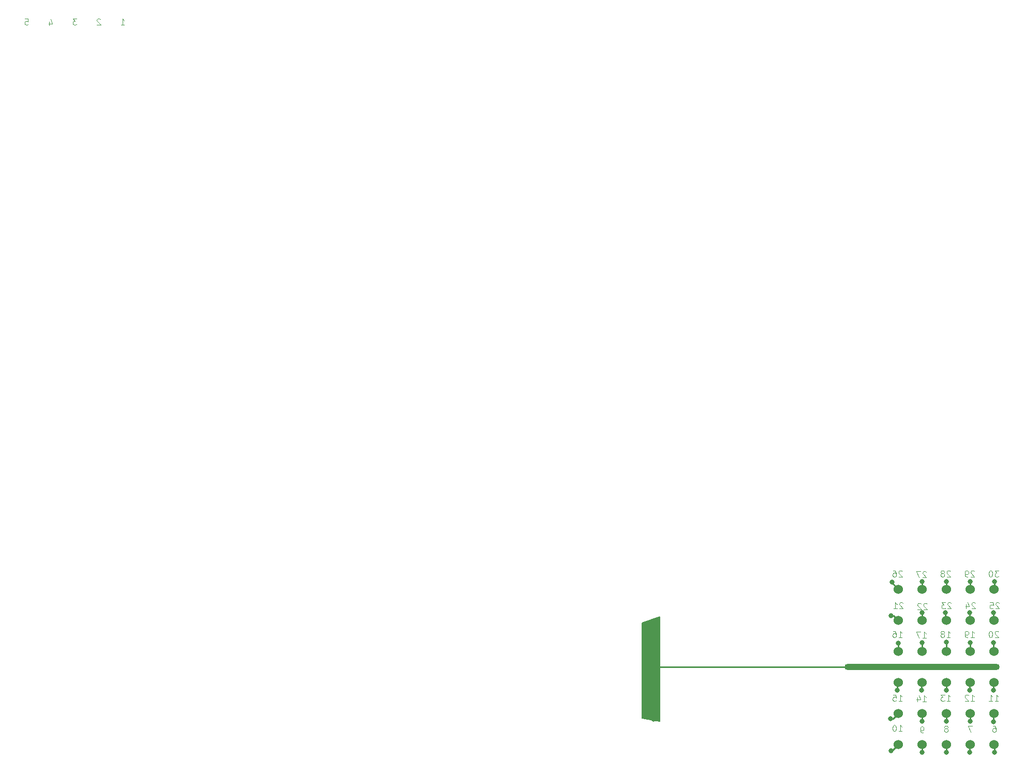
<source format=gbr>
%TF.GenerationSoftware,KiCad,Pcbnew,7.0.8*%
%TF.CreationDate,2023-11-07T16:54:38-08:00*%
%TF.ProjectId,trill-flex-slider,7472696c-6c2d-4666-9c65-782d736c6964,C1*%
%TF.SameCoordinates,Original*%
%TF.FileFunction,Copper,L2,Bot*%
%TF.FilePolarity,Positive*%
%FSLAX46Y46*%
G04 Gerber Fmt 4.6, Leading zero omitted, Abs format (unit mm)*
G04 Created by KiCad (PCBNEW 7.0.8) date 2023-11-07 16:54:38*
%MOMM*%
%LPD*%
G01*
G04 APERTURE LIST*
G04 Aperture macros list*
%AMRoundRect*
0 Rectangle with rounded corners*
0 $1 Rounding radius*
0 $2 $3 $4 $5 $6 $7 $8 $9 X,Y pos of 4 corners*
0 Add a 4 corners polygon primitive as box body*
4,1,4,$2,$3,$4,$5,$6,$7,$8,$9,$2,$3,0*
0 Add four circle primitives for the rounded corners*
1,1,$1+$1,$2,$3*
1,1,$1+$1,$4,$5*
1,1,$1+$1,$6,$7*
1,1,$1+$1,$8,$9*
0 Add four rect primitives between the rounded corners*
20,1,$1+$1,$2,$3,$4,$5,0*
20,1,$1+$1,$4,$5,$6,$7,0*
20,1,$1+$1,$6,$7,$8,$9,0*
20,1,$1+$1,$8,$9,$2,$3,0*%
G04 Aperture macros list end*
%ADD10C,0.100000*%
%TA.AperFunction,NonConductor*%
%ADD11C,0.100000*%
%TD*%
%TA.AperFunction,SMDPad,CuDef*%
%ADD12RoundRect,0.500000X12.200000X0.000000X-12.200000X0.000000X-12.200000X0.000000X12.200000X0.000000X0*%
%TD*%
%TA.AperFunction,SMDPad,CuDef*%
%ADD13C,1.524000*%
%TD*%
%TA.AperFunction,ViaPad*%
%ADD14C,0.800000*%
%TD*%
%TA.AperFunction,Conductor*%
%ADD15C,0.250000*%
%TD*%
G04 APERTURE END LIST*
D10*
D11*
X146668534Y-89281657D02*
X146620915Y-89234038D01*
X146620915Y-89234038D02*
X146525677Y-89186419D01*
X146525677Y-89186419D02*
X146287582Y-89186419D01*
X146287582Y-89186419D02*
X146192344Y-89234038D01*
X146192344Y-89234038D02*
X146144725Y-89281657D01*
X146144725Y-89281657D02*
X146097106Y-89376895D01*
X146097106Y-89376895D02*
X146097106Y-89472133D01*
X146097106Y-89472133D02*
X146144725Y-89614990D01*
X146144725Y-89614990D02*
X146716153Y-90186419D01*
X146716153Y-90186419D02*
X146097106Y-90186419D01*
X145763772Y-89186419D02*
X145097106Y-89186419D01*
X145097106Y-89186419D02*
X145525677Y-90186419D01*
D10*
D11*
X142731534Y-89154657D02*
X142683915Y-89107038D01*
X142683915Y-89107038D02*
X142588677Y-89059419D01*
X142588677Y-89059419D02*
X142350582Y-89059419D01*
X142350582Y-89059419D02*
X142255344Y-89107038D01*
X142255344Y-89107038D02*
X142207725Y-89154657D01*
X142207725Y-89154657D02*
X142160106Y-89249895D01*
X142160106Y-89249895D02*
X142160106Y-89345133D01*
X142160106Y-89345133D02*
X142207725Y-89487990D01*
X142207725Y-89487990D02*
X142779153Y-90059419D01*
X142779153Y-90059419D02*
X142160106Y-90059419D01*
X141302963Y-89059419D02*
X141493439Y-89059419D01*
X141493439Y-89059419D02*
X141588677Y-89107038D01*
X141588677Y-89107038D02*
X141636296Y-89154657D01*
X141636296Y-89154657D02*
X141731534Y-89297514D01*
X141731534Y-89297514D02*
X141779153Y-89487990D01*
X141779153Y-89487990D02*
X141779153Y-89868942D01*
X141779153Y-89868942D02*
X141731534Y-89964180D01*
X141731534Y-89964180D02*
X141683915Y-90011800D01*
X141683915Y-90011800D02*
X141588677Y-90059419D01*
X141588677Y-90059419D02*
X141398201Y-90059419D01*
X141398201Y-90059419D02*
X141302963Y-90011800D01*
X141302963Y-90011800D02*
X141255344Y-89964180D01*
X141255344Y-89964180D02*
X141207725Y-89868942D01*
X141207725Y-89868942D02*
X141207725Y-89630847D01*
X141207725Y-89630847D02*
X141255344Y-89535609D01*
X141255344Y-89535609D02*
X141302963Y-89487990D01*
X141302963Y-89487990D02*
X141398201Y-89440371D01*
X141398201Y-89440371D02*
X141588677Y-89440371D01*
X141588677Y-89440371D02*
X141683915Y-89487990D01*
X141683915Y-89487990D02*
X141731534Y-89535609D01*
X141731534Y-89535609D02*
X141779153Y-89630847D01*
D10*
D11*
X150605534Y-89154657D02*
X150557915Y-89107038D01*
X150557915Y-89107038D02*
X150462677Y-89059419D01*
X150462677Y-89059419D02*
X150224582Y-89059419D01*
X150224582Y-89059419D02*
X150129344Y-89107038D01*
X150129344Y-89107038D02*
X150081725Y-89154657D01*
X150081725Y-89154657D02*
X150034106Y-89249895D01*
X150034106Y-89249895D02*
X150034106Y-89345133D01*
X150034106Y-89345133D02*
X150081725Y-89487990D01*
X150081725Y-89487990D02*
X150653153Y-90059419D01*
X150653153Y-90059419D02*
X150034106Y-90059419D01*
X149462677Y-89487990D02*
X149557915Y-89440371D01*
X149557915Y-89440371D02*
X149605534Y-89392752D01*
X149605534Y-89392752D02*
X149653153Y-89297514D01*
X149653153Y-89297514D02*
X149653153Y-89249895D01*
X149653153Y-89249895D02*
X149605534Y-89154657D01*
X149605534Y-89154657D02*
X149557915Y-89107038D01*
X149557915Y-89107038D02*
X149462677Y-89059419D01*
X149462677Y-89059419D02*
X149272201Y-89059419D01*
X149272201Y-89059419D02*
X149176963Y-89107038D01*
X149176963Y-89107038D02*
X149129344Y-89154657D01*
X149129344Y-89154657D02*
X149081725Y-89249895D01*
X149081725Y-89249895D02*
X149081725Y-89297514D01*
X149081725Y-89297514D02*
X149129344Y-89392752D01*
X149129344Y-89392752D02*
X149176963Y-89440371D01*
X149176963Y-89440371D02*
X149272201Y-89487990D01*
X149272201Y-89487990D02*
X149462677Y-89487990D01*
X149462677Y-89487990D02*
X149557915Y-89535609D01*
X149557915Y-89535609D02*
X149605534Y-89583228D01*
X149605534Y-89583228D02*
X149653153Y-89678466D01*
X149653153Y-89678466D02*
X149653153Y-89868942D01*
X149653153Y-89868942D02*
X149605534Y-89964180D01*
X149605534Y-89964180D02*
X149557915Y-90011800D01*
X149557915Y-90011800D02*
X149462677Y-90059419D01*
X149462677Y-90059419D02*
X149272201Y-90059419D01*
X149272201Y-90059419D02*
X149176963Y-90011800D01*
X149176963Y-90011800D02*
X149129344Y-89964180D01*
X149129344Y-89964180D02*
X149081725Y-89868942D01*
X149081725Y-89868942D02*
X149081725Y-89678466D01*
X149081725Y-89678466D02*
X149129344Y-89583228D01*
X149129344Y-89583228D02*
X149176963Y-89535609D01*
X149176963Y-89535609D02*
X149272201Y-89487990D01*
D10*
D11*
X154542534Y-89154657D02*
X154494915Y-89107038D01*
X154494915Y-89107038D02*
X154399677Y-89059419D01*
X154399677Y-89059419D02*
X154161582Y-89059419D01*
X154161582Y-89059419D02*
X154066344Y-89107038D01*
X154066344Y-89107038D02*
X154018725Y-89154657D01*
X154018725Y-89154657D02*
X153971106Y-89249895D01*
X153971106Y-89249895D02*
X153971106Y-89345133D01*
X153971106Y-89345133D02*
X154018725Y-89487990D01*
X154018725Y-89487990D02*
X154590153Y-90059419D01*
X154590153Y-90059419D02*
X153971106Y-90059419D01*
X153494915Y-90059419D02*
X153304439Y-90059419D01*
X153304439Y-90059419D02*
X153209201Y-90011800D01*
X153209201Y-90011800D02*
X153161582Y-89964180D01*
X153161582Y-89964180D02*
X153066344Y-89821323D01*
X153066344Y-89821323D02*
X153018725Y-89630847D01*
X153018725Y-89630847D02*
X153018725Y-89249895D01*
X153018725Y-89249895D02*
X153066344Y-89154657D01*
X153066344Y-89154657D02*
X153113963Y-89107038D01*
X153113963Y-89107038D02*
X153209201Y-89059419D01*
X153209201Y-89059419D02*
X153399677Y-89059419D01*
X153399677Y-89059419D02*
X153494915Y-89107038D01*
X153494915Y-89107038D02*
X153542534Y-89154657D01*
X153542534Y-89154657D02*
X153590153Y-89249895D01*
X153590153Y-89249895D02*
X153590153Y-89487990D01*
X153590153Y-89487990D02*
X153542534Y-89583228D01*
X153542534Y-89583228D02*
X153494915Y-89630847D01*
X153494915Y-89630847D02*
X153399677Y-89678466D01*
X153399677Y-89678466D02*
X153209201Y-89678466D01*
X153209201Y-89678466D02*
X153113963Y-89630847D01*
X153113963Y-89630847D02*
X153066344Y-89583228D01*
X153066344Y-89583228D02*
X153018725Y-89487990D01*
D10*
D11*
X158527153Y-89059419D02*
X157908106Y-89059419D01*
X157908106Y-89059419D02*
X158241439Y-89440371D01*
X158241439Y-89440371D02*
X158098582Y-89440371D01*
X158098582Y-89440371D02*
X158003344Y-89487990D01*
X158003344Y-89487990D02*
X157955725Y-89535609D01*
X157955725Y-89535609D02*
X157908106Y-89630847D01*
X157908106Y-89630847D02*
X157908106Y-89868942D01*
X157908106Y-89868942D02*
X157955725Y-89964180D01*
X157955725Y-89964180D02*
X158003344Y-90011800D01*
X158003344Y-90011800D02*
X158098582Y-90059419D01*
X158098582Y-90059419D02*
X158384296Y-90059419D01*
X158384296Y-90059419D02*
X158479534Y-90011800D01*
X158479534Y-90011800D02*
X158527153Y-89964180D01*
X157289058Y-89059419D02*
X157193820Y-89059419D01*
X157193820Y-89059419D02*
X157098582Y-89107038D01*
X157098582Y-89107038D02*
X157050963Y-89154657D01*
X157050963Y-89154657D02*
X157003344Y-89249895D01*
X157003344Y-89249895D02*
X156955725Y-89440371D01*
X156955725Y-89440371D02*
X156955725Y-89678466D01*
X156955725Y-89678466D02*
X157003344Y-89868942D01*
X157003344Y-89868942D02*
X157050963Y-89964180D01*
X157050963Y-89964180D02*
X157098582Y-90011800D01*
X157098582Y-90011800D02*
X157193820Y-90059419D01*
X157193820Y-90059419D02*
X157289058Y-90059419D01*
X157289058Y-90059419D02*
X157384296Y-90011800D01*
X157384296Y-90011800D02*
X157431915Y-89964180D01*
X157431915Y-89964180D02*
X157479534Y-89868942D01*
X157479534Y-89868942D02*
X157527153Y-89678466D01*
X157527153Y-89678466D02*
X157527153Y-89440371D01*
X157527153Y-89440371D02*
X157479534Y-89249895D01*
X157479534Y-89249895D02*
X157431915Y-89154657D01*
X157431915Y-89154657D02*
X157384296Y-89107038D01*
X157384296Y-89107038D02*
X157289058Y-89059419D01*
D10*
D11*
X146795534Y-94488657D02*
X146747915Y-94441038D01*
X146747915Y-94441038D02*
X146652677Y-94393419D01*
X146652677Y-94393419D02*
X146414582Y-94393419D01*
X146414582Y-94393419D02*
X146319344Y-94441038D01*
X146319344Y-94441038D02*
X146271725Y-94488657D01*
X146271725Y-94488657D02*
X146224106Y-94583895D01*
X146224106Y-94583895D02*
X146224106Y-94679133D01*
X146224106Y-94679133D02*
X146271725Y-94821990D01*
X146271725Y-94821990D02*
X146843153Y-95393419D01*
X146843153Y-95393419D02*
X146224106Y-95393419D01*
X145843153Y-94488657D02*
X145795534Y-94441038D01*
X145795534Y-94441038D02*
X145700296Y-94393419D01*
X145700296Y-94393419D02*
X145462201Y-94393419D01*
X145462201Y-94393419D02*
X145366963Y-94441038D01*
X145366963Y-94441038D02*
X145319344Y-94488657D01*
X145319344Y-94488657D02*
X145271725Y-94583895D01*
X145271725Y-94583895D02*
X145271725Y-94679133D01*
X145271725Y-94679133D02*
X145319344Y-94821990D01*
X145319344Y-94821990D02*
X145890772Y-95393419D01*
X145890772Y-95393419D02*
X145271725Y-95393419D01*
D10*
D11*
X142858534Y-94361657D02*
X142810915Y-94314038D01*
X142810915Y-94314038D02*
X142715677Y-94266419D01*
X142715677Y-94266419D02*
X142477582Y-94266419D01*
X142477582Y-94266419D02*
X142382344Y-94314038D01*
X142382344Y-94314038D02*
X142334725Y-94361657D01*
X142334725Y-94361657D02*
X142287106Y-94456895D01*
X142287106Y-94456895D02*
X142287106Y-94552133D01*
X142287106Y-94552133D02*
X142334725Y-94694990D01*
X142334725Y-94694990D02*
X142906153Y-95266419D01*
X142906153Y-95266419D02*
X142287106Y-95266419D01*
X141334725Y-95266419D02*
X141906153Y-95266419D01*
X141620439Y-95266419D02*
X141620439Y-94266419D01*
X141620439Y-94266419D02*
X141715677Y-94409276D01*
X141715677Y-94409276D02*
X141810915Y-94504514D01*
X141810915Y-94504514D02*
X141906153Y-94552133D01*
D10*
D11*
X150732534Y-94361657D02*
X150684915Y-94314038D01*
X150684915Y-94314038D02*
X150589677Y-94266419D01*
X150589677Y-94266419D02*
X150351582Y-94266419D01*
X150351582Y-94266419D02*
X150256344Y-94314038D01*
X150256344Y-94314038D02*
X150208725Y-94361657D01*
X150208725Y-94361657D02*
X150161106Y-94456895D01*
X150161106Y-94456895D02*
X150161106Y-94552133D01*
X150161106Y-94552133D02*
X150208725Y-94694990D01*
X150208725Y-94694990D02*
X150780153Y-95266419D01*
X150780153Y-95266419D02*
X150161106Y-95266419D01*
X149827772Y-94266419D02*
X149208725Y-94266419D01*
X149208725Y-94266419D02*
X149542058Y-94647371D01*
X149542058Y-94647371D02*
X149399201Y-94647371D01*
X149399201Y-94647371D02*
X149303963Y-94694990D01*
X149303963Y-94694990D02*
X149256344Y-94742609D01*
X149256344Y-94742609D02*
X149208725Y-94837847D01*
X149208725Y-94837847D02*
X149208725Y-95075942D01*
X149208725Y-95075942D02*
X149256344Y-95171180D01*
X149256344Y-95171180D02*
X149303963Y-95218800D01*
X149303963Y-95218800D02*
X149399201Y-95266419D01*
X149399201Y-95266419D02*
X149684915Y-95266419D01*
X149684915Y-95266419D02*
X149780153Y-95218800D01*
X149780153Y-95218800D02*
X149827772Y-95171180D01*
D10*
D11*
X154669534Y-94361657D02*
X154621915Y-94314038D01*
X154621915Y-94314038D02*
X154526677Y-94266419D01*
X154526677Y-94266419D02*
X154288582Y-94266419D01*
X154288582Y-94266419D02*
X154193344Y-94314038D01*
X154193344Y-94314038D02*
X154145725Y-94361657D01*
X154145725Y-94361657D02*
X154098106Y-94456895D01*
X154098106Y-94456895D02*
X154098106Y-94552133D01*
X154098106Y-94552133D02*
X154145725Y-94694990D01*
X154145725Y-94694990D02*
X154717153Y-95266419D01*
X154717153Y-95266419D02*
X154098106Y-95266419D01*
X153240963Y-94599752D02*
X153240963Y-95266419D01*
X153479058Y-94218800D02*
X153717153Y-94933085D01*
X153717153Y-94933085D02*
X153098106Y-94933085D01*
D10*
D11*
X158606534Y-94361657D02*
X158558915Y-94314038D01*
X158558915Y-94314038D02*
X158463677Y-94266419D01*
X158463677Y-94266419D02*
X158225582Y-94266419D01*
X158225582Y-94266419D02*
X158130344Y-94314038D01*
X158130344Y-94314038D02*
X158082725Y-94361657D01*
X158082725Y-94361657D02*
X158035106Y-94456895D01*
X158035106Y-94456895D02*
X158035106Y-94552133D01*
X158035106Y-94552133D02*
X158082725Y-94694990D01*
X158082725Y-94694990D02*
X158654153Y-95266419D01*
X158654153Y-95266419D02*
X158035106Y-95266419D01*
X157130344Y-94266419D02*
X157606534Y-94266419D01*
X157606534Y-94266419D02*
X157654153Y-94742609D01*
X157654153Y-94742609D02*
X157606534Y-94694990D01*
X157606534Y-94694990D02*
X157511296Y-94647371D01*
X157511296Y-94647371D02*
X157273201Y-94647371D01*
X157273201Y-94647371D02*
X157177963Y-94694990D01*
X157177963Y-94694990D02*
X157130344Y-94742609D01*
X157130344Y-94742609D02*
X157082725Y-94837847D01*
X157082725Y-94837847D02*
X157082725Y-95075942D01*
X157082725Y-95075942D02*
X157130344Y-95171180D01*
X157130344Y-95171180D02*
X157177963Y-95218800D01*
X157177963Y-95218800D02*
X157273201Y-95266419D01*
X157273201Y-95266419D02*
X157511296Y-95266419D01*
X157511296Y-95266419D02*
X157606534Y-95218800D01*
X157606534Y-95218800D02*
X157654153Y-95171180D01*
D10*
D11*
X158479534Y-99060657D02*
X158431915Y-99013038D01*
X158431915Y-99013038D02*
X158336677Y-98965419D01*
X158336677Y-98965419D02*
X158098582Y-98965419D01*
X158098582Y-98965419D02*
X158003344Y-99013038D01*
X158003344Y-99013038D02*
X157955725Y-99060657D01*
X157955725Y-99060657D02*
X157908106Y-99155895D01*
X157908106Y-99155895D02*
X157908106Y-99251133D01*
X157908106Y-99251133D02*
X157955725Y-99393990D01*
X157955725Y-99393990D02*
X158527153Y-99965419D01*
X158527153Y-99965419D02*
X157908106Y-99965419D01*
X157289058Y-98965419D02*
X157193820Y-98965419D01*
X157193820Y-98965419D02*
X157098582Y-99013038D01*
X157098582Y-99013038D02*
X157050963Y-99060657D01*
X157050963Y-99060657D02*
X157003344Y-99155895D01*
X157003344Y-99155895D02*
X156955725Y-99346371D01*
X156955725Y-99346371D02*
X156955725Y-99584466D01*
X156955725Y-99584466D02*
X157003344Y-99774942D01*
X157003344Y-99774942D02*
X157050963Y-99870180D01*
X157050963Y-99870180D02*
X157098582Y-99917800D01*
X157098582Y-99917800D02*
X157193820Y-99965419D01*
X157193820Y-99965419D02*
X157289058Y-99965419D01*
X157289058Y-99965419D02*
X157384296Y-99917800D01*
X157384296Y-99917800D02*
X157431915Y-99870180D01*
X157431915Y-99870180D02*
X157479534Y-99774942D01*
X157479534Y-99774942D02*
X157527153Y-99584466D01*
X157527153Y-99584466D02*
X157527153Y-99346371D01*
X157527153Y-99346371D02*
X157479534Y-99155895D01*
X157479534Y-99155895D02*
X157431915Y-99060657D01*
X157431915Y-99060657D02*
X157384296Y-99013038D01*
X157384296Y-99013038D02*
X157289058Y-98965419D01*
D10*
D11*
X146097106Y-100092419D02*
X146668534Y-100092419D01*
X146382820Y-100092419D02*
X146382820Y-99092419D01*
X146382820Y-99092419D02*
X146478058Y-99235276D01*
X146478058Y-99235276D02*
X146573296Y-99330514D01*
X146573296Y-99330514D02*
X146668534Y-99378133D01*
X145763772Y-99092419D02*
X145097106Y-99092419D01*
X145097106Y-99092419D02*
X145525677Y-100092419D01*
D10*
D11*
X142160106Y-99965419D02*
X142731534Y-99965419D01*
X142445820Y-99965419D02*
X142445820Y-98965419D01*
X142445820Y-98965419D02*
X142541058Y-99108276D01*
X142541058Y-99108276D02*
X142636296Y-99203514D01*
X142636296Y-99203514D02*
X142731534Y-99251133D01*
X141302963Y-98965419D02*
X141493439Y-98965419D01*
X141493439Y-98965419D02*
X141588677Y-99013038D01*
X141588677Y-99013038D02*
X141636296Y-99060657D01*
X141636296Y-99060657D02*
X141731534Y-99203514D01*
X141731534Y-99203514D02*
X141779153Y-99393990D01*
X141779153Y-99393990D02*
X141779153Y-99774942D01*
X141779153Y-99774942D02*
X141731534Y-99870180D01*
X141731534Y-99870180D02*
X141683915Y-99917800D01*
X141683915Y-99917800D02*
X141588677Y-99965419D01*
X141588677Y-99965419D02*
X141398201Y-99965419D01*
X141398201Y-99965419D02*
X141302963Y-99917800D01*
X141302963Y-99917800D02*
X141255344Y-99870180D01*
X141255344Y-99870180D02*
X141207725Y-99774942D01*
X141207725Y-99774942D02*
X141207725Y-99536847D01*
X141207725Y-99536847D02*
X141255344Y-99441609D01*
X141255344Y-99441609D02*
X141302963Y-99393990D01*
X141302963Y-99393990D02*
X141398201Y-99346371D01*
X141398201Y-99346371D02*
X141588677Y-99346371D01*
X141588677Y-99346371D02*
X141683915Y-99393990D01*
X141683915Y-99393990D02*
X141731534Y-99441609D01*
X141731534Y-99441609D02*
X141779153Y-99536847D01*
D10*
D11*
X150034106Y-99965419D02*
X150605534Y-99965419D01*
X150319820Y-99965419D02*
X150319820Y-98965419D01*
X150319820Y-98965419D02*
X150415058Y-99108276D01*
X150415058Y-99108276D02*
X150510296Y-99203514D01*
X150510296Y-99203514D02*
X150605534Y-99251133D01*
X149462677Y-99393990D02*
X149557915Y-99346371D01*
X149557915Y-99346371D02*
X149605534Y-99298752D01*
X149605534Y-99298752D02*
X149653153Y-99203514D01*
X149653153Y-99203514D02*
X149653153Y-99155895D01*
X149653153Y-99155895D02*
X149605534Y-99060657D01*
X149605534Y-99060657D02*
X149557915Y-99013038D01*
X149557915Y-99013038D02*
X149462677Y-98965419D01*
X149462677Y-98965419D02*
X149272201Y-98965419D01*
X149272201Y-98965419D02*
X149176963Y-99013038D01*
X149176963Y-99013038D02*
X149129344Y-99060657D01*
X149129344Y-99060657D02*
X149081725Y-99155895D01*
X149081725Y-99155895D02*
X149081725Y-99203514D01*
X149081725Y-99203514D02*
X149129344Y-99298752D01*
X149129344Y-99298752D02*
X149176963Y-99346371D01*
X149176963Y-99346371D02*
X149272201Y-99393990D01*
X149272201Y-99393990D02*
X149462677Y-99393990D01*
X149462677Y-99393990D02*
X149557915Y-99441609D01*
X149557915Y-99441609D02*
X149605534Y-99489228D01*
X149605534Y-99489228D02*
X149653153Y-99584466D01*
X149653153Y-99584466D02*
X149653153Y-99774942D01*
X149653153Y-99774942D02*
X149605534Y-99870180D01*
X149605534Y-99870180D02*
X149557915Y-99917800D01*
X149557915Y-99917800D02*
X149462677Y-99965419D01*
X149462677Y-99965419D02*
X149272201Y-99965419D01*
X149272201Y-99965419D02*
X149176963Y-99917800D01*
X149176963Y-99917800D02*
X149129344Y-99870180D01*
X149129344Y-99870180D02*
X149081725Y-99774942D01*
X149081725Y-99774942D02*
X149081725Y-99584466D01*
X149081725Y-99584466D02*
X149129344Y-99489228D01*
X149129344Y-99489228D02*
X149176963Y-99441609D01*
X149176963Y-99441609D02*
X149272201Y-99393990D01*
D10*
D11*
X153971106Y-99965419D02*
X154542534Y-99965419D01*
X154256820Y-99965419D02*
X154256820Y-98965419D01*
X154256820Y-98965419D02*
X154352058Y-99108276D01*
X154352058Y-99108276D02*
X154447296Y-99203514D01*
X154447296Y-99203514D02*
X154542534Y-99251133D01*
X153494915Y-99965419D02*
X153304439Y-99965419D01*
X153304439Y-99965419D02*
X153209201Y-99917800D01*
X153209201Y-99917800D02*
X153161582Y-99870180D01*
X153161582Y-99870180D02*
X153066344Y-99727323D01*
X153066344Y-99727323D02*
X153018725Y-99536847D01*
X153018725Y-99536847D02*
X153018725Y-99155895D01*
X153018725Y-99155895D02*
X153066344Y-99060657D01*
X153066344Y-99060657D02*
X153113963Y-99013038D01*
X153113963Y-99013038D02*
X153209201Y-98965419D01*
X153209201Y-98965419D02*
X153399677Y-98965419D01*
X153399677Y-98965419D02*
X153494915Y-99013038D01*
X153494915Y-99013038D02*
X153542534Y-99060657D01*
X153542534Y-99060657D02*
X153590153Y-99155895D01*
X153590153Y-99155895D02*
X153590153Y-99393990D01*
X153590153Y-99393990D02*
X153542534Y-99489228D01*
X153542534Y-99489228D02*
X153494915Y-99536847D01*
X153494915Y-99536847D02*
X153399677Y-99584466D01*
X153399677Y-99584466D02*
X153209201Y-99584466D01*
X153209201Y-99584466D02*
X153113963Y-99536847D01*
X153113963Y-99536847D02*
X153066344Y-99489228D01*
X153066344Y-99489228D02*
X153018725Y-99393990D01*
D10*
D11*
X146097106Y-110506419D02*
X146668534Y-110506419D01*
X146382820Y-110506419D02*
X146382820Y-109506419D01*
X146382820Y-109506419D02*
X146478058Y-109649276D01*
X146478058Y-109649276D02*
X146573296Y-109744514D01*
X146573296Y-109744514D02*
X146668534Y-109792133D01*
X145239963Y-109839752D02*
X145239963Y-110506419D01*
X145478058Y-109458800D02*
X145716153Y-110173085D01*
X145716153Y-110173085D02*
X145097106Y-110173085D01*
D10*
D11*
X142160106Y-110379419D02*
X142731534Y-110379419D01*
X142445820Y-110379419D02*
X142445820Y-109379419D01*
X142445820Y-109379419D02*
X142541058Y-109522276D01*
X142541058Y-109522276D02*
X142636296Y-109617514D01*
X142636296Y-109617514D02*
X142731534Y-109665133D01*
X141255344Y-109379419D02*
X141731534Y-109379419D01*
X141731534Y-109379419D02*
X141779153Y-109855609D01*
X141779153Y-109855609D02*
X141731534Y-109807990D01*
X141731534Y-109807990D02*
X141636296Y-109760371D01*
X141636296Y-109760371D02*
X141398201Y-109760371D01*
X141398201Y-109760371D02*
X141302963Y-109807990D01*
X141302963Y-109807990D02*
X141255344Y-109855609D01*
X141255344Y-109855609D02*
X141207725Y-109950847D01*
X141207725Y-109950847D02*
X141207725Y-110188942D01*
X141207725Y-110188942D02*
X141255344Y-110284180D01*
X141255344Y-110284180D02*
X141302963Y-110331800D01*
X141302963Y-110331800D02*
X141398201Y-110379419D01*
X141398201Y-110379419D02*
X141636296Y-110379419D01*
X141636296Y-110379419D02*
X141731534Y-110331800D01*
X141731534Y-110331800D02*
X141779153Y-110284180D01*
D10*
D11*
X150034106Y-110379419D02*
X150605534Y-110379419D01*
X150319820Y-110379419D02*
X150319820Y-109379419D01*
X150319820Y-109379419D02*
X150415058Y-109522276D01*
X150415058Y-109522276D02*
X150510296Y-109617514D01*
X150510296Y-109617514D02*
X150605534Y-109665133D01*
X149700772Y-109379419D02*
X149081725Y-109379419D01*
X149081725Y-109379419D02*
X149415058Y-109760371D01*
X149415058Y-109760371D02*
X149272201Y-109760371D01*
X149272201Y-109760371D02*
X149176963Y-109807990D01*
X149176963Y-109807990D02*
X149129344Y-109855609D01*
X149129344Y-109855609D02*
X149081725Y-109950847D01*
X149081725Y-109950847D02*
X149081725Y-110188942D01*
X149081725Y-110188942D02*
X149129344Y-110284180D01*
X149129344Y-110284180D02*
X149176963Y-110331800D01*
X149176963Y-110331800D02*
X149272201Y-110379419D01*
X149272201Y-110379419D02*
X149557915Y-110379419D01*
X149557915Y-110379419D02*
X149653153Y-110331800D01*
X149653153Y-110331800D02*
X149700772Y-110284180D01*
D10*
D11*
X153971106Y-110379419D02*
X154542534Y-110379419D01*
X154256820Y-110379419D02*
X154256820Y-109379419D01*
X154256820Y-109379419D02*
X154352058Y-109522276D01*
X154352058Y-109522276D02*
X154447296Y-109617514D01*
X154447296Y-109617514D02*
X154542534Y-109665133D01*
X153590153Y-109474657D02*
X153542534Y-109427038D01*
X153542534Y-109427038D02*
X153447296Y-109379419D01*
X153447296Y-109379419D02*
X153209201Y-109379419D01*
X153209201Y-109379419D02*
X153113963Y-109427038D01*
X153113963Y-109427038D02*
X153066344Y-109474657D01*
X153066344Y-109474657D02*
X153018725Y-109569895D01*
X153018725Y-109569895D02*
X153018725Y-109665133D01*
X153018725Y-109665133D02*
X153066344Y-109807990D01*
X153066344Y-109807990D02*
X153637772Y-110379419D01*
X153637772Y-110379419D02*
X153018725Y-110379419D01*
D10*
D11*
X157908106Y-110379419D02*
X158479534Y-110379419D01*
X158193820Y-110379419D02*
X158193820Y-109379419D01*
X158193820Y-109379419D02*
X158289058Y-109522276D01*
X158289058Y-109522276D02*
X158384296Y-109617514D01*
X158384296Y-109617514D02*
X158479534Y-109665133D01*
X156955725Y-110379419D02*
X157527153Y-110379419D01*
X157241439Y-110379419D02*
X157241439Y-109379419D01*
X157241439Y-109379419D02*
X157336677Y-109522276D01*
X157336677Y-109522276D02*
X157431915Y-109617514D01*
X157431915Y-109617514D02*
X157527153Y-109665133D01*
D10*
D11*
X146192296Y-115586419D02*
X146001820Y-115586419D01*
X146001820Y-115586419D02*
X145906582Y-115538800D01*
X145906582Y-115538800D02*
X145858963Y-115491180D01*
X145858963Y-115491180D02*
X145763725Y-115348323D01*
X145763725Y-115348323D02*
X145716106Y-115157847D01*
X145716106Y-115157847D02*
X145716106Y-114776895D01*
X145716106Y-114776895D02*
X145763725Y-114681657D01*
X145763725Y-114681657D02*
X145811344Y-114634038D01*
X145811344Y-114634038D02*
X145906582Y-114586419D01*
X145906582Y-114586419D02*
X146097058Y-114586419D01*
X146097058Y-114586419D02*
X146192296Y-114634038D01*
X146192296Y-114634038D02*
X146239915Y-114681657D01*
X146239915Y-114681657D02*
X146287534Y-114776895D01*
X146287534Y-114776895D02*
X146287534Y-115014990D01*
X146287534Y-115014990D02*
X146239915Y-115110228D01*
X146239915Y-115110228D02*
X146192296Y-115157847D01*
X146192296Y-115157847D02*
X146097058Y-115205466D01*
X146097058Y-115205466D02*
X145906582Y-115205466D01*
X145906582Y-115205466D02*
X145811344Y-115157847D01*
X145811344Y-115157847D02*
X145763725Y-115110228D01*
X145763725Y-115110228D02*
X145716106Y-115014990D01*
D10*
D11*
X142160106Y-115332419D02*
X142731534Y-115332419D01*
X142445820Y-115332419D02*
X142445820Y-114332419D01*
X142445820Y-114332419D02*
X142541058Y-114475276D01*
X142541058Y-114475276D02*
X142636296Y-114570514D01*
X142636296Y-114570514D02*
X142731534Y-114618133D01*
X141541058Y-114332419D02*
X141445820Y-114332419D01*
X141445820Y-114332419D02*
X141350582Y-114380038D01*
X141350582Y-114380038D02*
X141302963Y-114427657D01*
X141302963Y-114427657D02*
X141255344Y-114522895D01*
X141255344Y-114522895D02*
X141207725Y-114713371D01*
X141207725Y-114713371D02*
X141207725Y-114951466D01*
X141207725Y-114951466D02*
X141255344Y-115141942D01*
X141255344Y-115141942D02*
X141302963Y-115237180D01*
X141302963Y-115237180D02*
X141350582Y-115284800D01*
X141350582Y-115284800D02*
X141445820Y-115332419D01*
X141445820Y-115332419D02*
X141541058Y-115332419D01*
X141541058Y-115332419D02*
X141636296Y-115284800D01*
X141636296Y-115284800D02*
X141683915Y-115237180D01*
X141683915Y-115237180D02*
X141731534Y-115141942D01*
X141731534Y-115141942D02*
X141779153Y-114951466D01*
X141779153Y-114951466D02*
X141779153Y-114713371D01*
X141779153Y-114713371D02*
X141731534Y-114522895D01*
X141731534Y-114522895D02*
X141683915Y-114427657D01*
X141683915Y-114427657D02*
X141636296Y-114380038D01*
X141636296Y-114380038D02*
X141541058Y-114332419D01*
D10*
D11*
X150034058Y-114887990D02*
X150129296Y-114840371D01*
X150129296Y-114840371D02*
X150176915Y-114792752D01*
X150176915Y-114792752D02*
X150224534Y-114697514D01*
X150224534Y-114697514D02*
X150224534Y-114649895D01*
X150224534Y-114649895D02*
X150176915Y-114554657D01*
X150176915Y-114554657D02*
X150129296Y-114507038D01*
X150129296Y-114507038D02*
X150034058Y-114459419D01*
X150034058Y-114459419D02*
X149843582Y-114459419D01*
X149843582Y-114459419D02*
X149748344Y-114507038D01*
X149748344Y-114507038D02*
X149700725Y-114554657D01*
X149700725Y-114554657D02*
X149653106Y-114649895D01*
X149653106Y-114649895D02*
X149653106Y-114697514D01*
X149653106Y-114697514D02*
X149700725Y-114792752D01*
X149700725Y-114792752D02*
X149748344Y-114840371D01*
X149748344Y-114840371D02*
X149843582Y-114887990D01*
X149843582Y-114887990D02*
X150034058Y-114887990D01*
X150034058Y-114887990D02*
X150129296Y-114935609D01*
X150129296Y-114935609D02*
X150176915Y-114983228D01*
X150176915Y-114983228D02*
X150224534Y-115078466D01*
X150224534Y-115078466D02*
X150224534Y-115268942D01*
X150224534Y-115268942D02*
X150176915Y-115364180D01*
X150176915Y-115364180D02*
X150129296Y-115411800D01*
X150129296Y-115411800D02*
X150034058Y-115459419D01*
X150034058Y-115459419D02*
X149843582Y-115459419D01*
X149843582Y-115459419D02*
X149748344Y-115411800D01*
X149748344Y-115411800D02*
X149700725Y-115364180D01*
X149700725Y-115364180D02*
X149653106Y-115268942D01*
X149653106Y-115268942D02*
X149653106Y-115078466D01*
X149653106Y-115078466D02*
X149700725Y-114983228D01*
X149700725Y-114983228D02*
X149748344Y-114935609D01*
X149748344Y-114935609D02*
X149843582Y-114887990D01*
D10*
D11*
X154209153Y-114459419D02*
X153542487Y-114459419D01*
X153542487Y-114459419D02*
X153971058Y-115459419D01*
D10*
D11*
X157622344Y-114459419D02*
X157812820Y-114459419D01*
X157812820Y-114459419D02*
X157908058Y-114507038D01*
X157908058Y-114507038D02*
X157955677Y-114554657D01*
X157955677Y-114554657D02*
X158050915Y-114697514D01*
X158050915Y-114697514D02*
X158098534Y-114887990D01*
X158098534Y-114887990D02*
X158098534Y-115268942D01*
X158098534Y-115268942D02*
X158050915Y-115364180D01*
X158050915Y-115364180D02*
X158003296Y-115411800D01*
X158003296Y-115411800D02*
X157908058Y-115459419D01*
X157908058Y-115459419D02*
X157717582Y-115459419D01*
X157717582Y-115459419D02*
X157622344Y-115411800D01*
X157622344Y-115411800D02*
X157574725Y-115364180D01*
X157574725Y-115364180D02*
X157527106Y-115268942D01*
X157527106Y-115268942D02*
X157527106Y-115030847D01*
X157527106Y-115030847D02*
X157574725Y-114935609D01*
X157574725Y-114935609D02*
X157622344Y-114887990D01*
X157622344Y-114887990D02*
X157717582Y-114840371D01*
X157717582Y-114840371D02*
X157908058Y-114840371D01*
X157908058Y-114840371D02*
X158003296Y-114887990D01*
X158003296Y-114887990D02*
X158050915Y-114935609D01*
X158050915Y-114935609D02*
X158098534Y-115030847D01*
D10*
D11*
X14920306Y254580D02*
X15491734Y254580D01*
X15206020Y254580D02*
X15206020Y1254580D01*
X15206020Y1254580D02*
X15301258Y1111723D01*
X15301258Y1111723D02*
X15396496Y1016485D01*
X15396496Y1016485D02*
X15491734Y968866D01*
D10*
D11*
X11554734Y1159342D02*
X11507115Y1206961D01*
X11507115Y1206961D02*
X11411877Y1254580D01*
X11411877Y1254580D02*
X11173782Y1254580D01*
X11173782Y1254580D02*
X11078544Y1206961D01*
X11078544Y1206961D02*
X11030925Y1159342D01*
X11030925Y1159342D02*
X10983306Y1064104D01*
X10983306Y1064104D02*
X10983306Y968866D01*
X10983306Y968866D02*
X11030925Y826009D01*
X11030925Y826009D02*
X11602353Y254580D01*
X11602353Y254580D02*
X10983306Y254580D01*
D10*
D11*
X7665353Y1254580D02*
X7046306Y1254580D01*
X7046306Y1254580D02*
X7379639Y873628D01*
X7379639Y873628D02*
X7236782Y873628D01*
X7236782Y873628D02*
X7141544Y826009D01*
X7141544Y826009D02*
X7093925Y778390D01*
X7093925Y778390D02*
X7046306Y683152D01*
X7046306Y683152D02*
X7046306Y445057D01*
X7046306Y445057D02*
X7093925Y349819D01*
X7093925Y349819D02*
X7141544Y302200D01*
X7141544Y302200D02*
X7236782Y254580D01*
X7236782Y254580D02*
X7522496Y254580D01*
X7522496Y254580D02*
X7617734Y302200D01*
X7617734Y302200D02*
X7665353Y349819D01*
D10*
D11*
X3204544Y794247D02*
X3204544Y127580D01*
X3442639Y1175200D02*
X3680734Y460914D01*
X3680734Y460914D02*
X3061687Y460914D01*
D10*
D11*
X-780074Y1254580D02*
X-303884Y1254580D01*
X-303884Y1254580D02*
X-256265Y778390D01*
X-256265Y778390D02*
X-303884Y826009D01*
X-303884Y826009D02*
X-399122Y873628D01*
X-399122Y873628D02*
X-637217Y873628D01*
X-637217Y873628D02*
X-732455Y826009D01*
X-732455Y826009D02*
X-780074Y778390D01*
X-780074Y778390D02*
X-827693Y683152D01*
X-827693Y683152D02*
X-827693Y445057D01*
X-827693Y445057D02*
X-780074Y349819D01*
X-780074Y349819D02*
X-732455Y302200D01*
X-732455Y302200D02*
X-637217Y254580D01*
X-637217Y254580D02*
X-399122Y254580D01*
X-399122Y254580D02*
X-303884Y302200D01*
X-303884Y302200D02*
X-256265Y349819D01*
D12*
%TO.P,CS1,GND*%
%TO.N,Net-(C1-Pad1)*%
X146037800Y-104792000D03*
D13*
%TO.P,CS1,30*%
%TO.N,Net-(C1-Pad31)*%
X157775300Y-92092000D03*
%TO.P,CS1,29*%
%TO.N,Net-(C1-Pad30)*%
X153862800Y-92092000D03*
%TO.P,CS1,28*%
%TO.N,Net-(C1-Pad29)*%
X149950300Y-92092000D03*
%TO.P,CS1,27*%
%TO.N,Net-(C1-Pad28)*%
X146037800Y-92092000D03*
%TO.P,CS1,26*%
%TO.N,Net-(C1-Pad27)*%
X142125300Y-92092000D03*
%TO.P,CS1,25*%
%TO.N,Net-(C1-Pad26)*%
X157775300Y-97172000D03*
%TO.P,CS1,24*%
%TO.N,Net-(C1-Pad25)*%
X153862800Y-97172000D03*
%TO.P,CS1,23*%
%TO.N,Net-(C1-Pad24)*%
X149950300Y-97172000D03*
%TO.P,CS1,22*%
%TO.N,Net-(C1-Pad23)*%
X146037800Y-97172000D03*
%TO.P,CS1,21*%
%TO.N,Net-(C1-Pad22)*%
X142125300Y-97172000D03*
%TO.P,CS1,20*%
%TO.N,Net-(C1-Pad21)*%
X157775300Y-102252000D03*
%TO.P,CS1,19*%
%TO.N,Net-(C1-Pad20)*%
X153862800Y-102252000D03*
%TO.P,CS1,18*%
%TO.N,Net-(C1-Pad19)*%
X149950300Y-102252000D03*
%TO.P,CS1,17*%
%TO.N,Net-(C1-Pad18)*%
X146037800Y-102252000D03*
%TO.P,CS1,16*%
%TO.N,Net-(C1-Pad17)*%
X142125300Y-102252000D03*
%TO.P,CS1,15*%
%TO.N,Net-(C1-Pad16)*%
X142125300Y-107332000D03*
%TO.P,CS1,14*%
%TO.N,Net-(C1-Pad15)*%
X146037800Y-107332000D03*
%TO.P,CS1,13*%
%TO.N,Net-(C1-Pad14)*%
X149950300Y-107332000D03*
%TO.P,CS1,12*%
%TO.N,Net-(C1-Pad13)*%
X153862800Y-107332000D03*
%TO.P,CS1,11*%
%TO.N,Net-(C1-Pad12)*%
X157775300Y-107332000D03*
%TO.P,CS1,10*%
%TO.N,Net-(C1-Pad11)*%
X142125300Y-112412000D03*
%TO.P,CS1,9*%
%TO.N,Net-(C1-Pad10)*%
X146037800Y-112412000D03*
%TO.P,CS1,8*%
%TO.N,Net-(C1-Pad9)*%
X149950300Y-112412000D03*
%TO.P,CS1,7*%
%TO.N,Net-(C1-Pad8)*%
X153862800Y-112412000D03*
%TO.P,CS1,6*%
%TO.N,Net-(C1-Pad7)*%
X157775300Y-112412000D03*
%TO.P,CS1,5*%
%TO.N,Net-(C1-Pad6)*%
X142125300Y-117492000D03*
%TO.P,CS1,4*%
%TO.N,Net-(C1-Pad5)*%
X146037800Y-117492000D03*
%TO.P,CS1,3*%
%TO.N,Net-(C1-Pad4)*%
X149950300Y-117492000D03*
%TO.P,CS1,2*%
%TO.N,Net-(C1-Pad3)*%
X153862800Y-117492000D03*
%TO.P,CS1,1*%
%TO.N,Net-(C1-Pad2)*%
X157775300Y-117492000D03*
%TD*%
D14*
%TO.N,Net-(C1-Pad1)*%
X102093800Y-113384300D03*
X101712800Y-97426000D03*
%TO.N,Net-(C1-Pad21)*%
X157719800Y-100855000D03*
%TO.N,Net-(C1-Pad20)*%
X153909800Y-100855000D03*
%TO.N,Net-(C1-Pad19)*%
X149972800Y-100728000D03*
%TO.N,Net-(C1-Pad18)*%
X146035800Y-100855000D03*
%TO.N,Net-(C1-Pad17)*%
X142098800Y-100935700D03*
%TO.N,Net-(C1-Pad16)*%
X141971800Y-108602000D03*
%TO.N,Net-(C1-Pad15)*%
X145908800Y-108602000D03*
%TO.N,Net-(C1-Pad14)*%
X149972800Y-108602000D03*
%TO.N,Net-(C1-Pad13)*%
X153782800Y-108602000D03*
%TO.N,Net-(C1-Pad12)*%
X157719800Y-108602000D03*
%TO.N,Net-(C1-Pad22)*%
X140955800Y-96410000D03*
%TO.N,Net-(C1-Pad23)*%
X146035800Y-95935900D03*
%TO.N,Net-(C1-Pad24)*%
X149845800Y-95902000D03*
%TO.N,Net-(C1-Pad25)*%
X153782800Y-95902000D03*
%TO.N,Net-(C1-Pad26)*%
X157719800Y-95902000D03*
%TO.N,Net-(C1-Pad31)*%
X157846800Y-90822000D03*
%TO.N,Net-(C1-Pad30)*%
X153909800Y-90822000D03*
%TO.N,Net-(C1-Pad29)*%
X149972800Y-90822000D03*
%TO.N,Net-(C1-Pad28)*%
X146035800Y-90822000D03*
%TO.N,Net-(C1-Pad27)*%
X141082800Y-90969500D03*
%TO.N,Net-(C1-Pad11)*%
X140828800Y-113301000D03*
%TO.N,Net-(C1-Pad6)*%
X140955800Y-118554300D03*
%TO.N,Net-(C1-Pad5)*%
X146035800Y-118762000D03*
%TO.N,Net-(C1-Pad4)*%
X149972800Y-118762000D03*
%TO.N,Net-(C1-Pad3)*%
X153782800Y-118762000D03*
%TO.N,Net-(C1-Pad2)*%
X157846800Y-118762000D03*
%TO.N,Net-(C1-Pad7)*%
X157719800Y-113809000D03*
%TO.N,Net-(C1-Pad8)*%
X153909800Y-113682000D03*
%TO.N,Net-(C1-Pad9)*%
X149972800Y-113682000D03*
%TO.N,Net-(C1-Pad10)*%
X146035800Y-113682000D03*
%TD*%
D15*
%TO.N,Net-(C1-Pad30)*%
X153909800Y-90822000D02*
X153909800Y-92045000D01*
X153909800Y-92045000D02*
X153862800Y-92092000D01*
%TO.N,Net-(C1-Pad6)*%
X140955800Y-118554300D02*
X141063000Y-118554300D01*
X141063000Y-118554300D02*
X142125300Y-117492000D01*
%TO.N,Net-(C1-Pad5)*%
X146035800Y-118762000D02*
X146035800Y-117494000D01*
X146035800Y-117494000D02*
X146037800Y-117492000D01*
%TO.N,Net-(C1-Pad4)*%
X149972800Y-118762000D02*
X149972800Y-117514500D01*
X149972800Y-117514500D02*
X149950300Y-117492000D01*
%TO.N,Net-(C1-Pad3)*%
X153782800Y-118762000D02*
X153782800Y-117572000D01*
X153782800Y-117572000D02*
X153862800Y-117492000D01*
%TO.N,Net-(C1-Pad2)*%
X157846800Y-118762000D02*
X157846800Y-117563500D01*
X157846800Y-117563500D02*
X157775300Y-117492000D01*
%TO.N,Net-(C1-Pad7)*%
X157719800Y-113809000D02*
X157719800Y-112467500D01*
X157719800Y-112467500D02*
X157775300Y-112412000D01*
%TO.N,Net-(C1-Pad8)*%
X153909800Y-113682000D02*
X153909800Y-112459000D01*
X153909800Y-112459000D02*
X153862800Y-112412000D01*
%TO.N,Net-(C1-Pad9)*%
X149972800Y-113682000D02*
X149972800Y-112434500D01*
X149972800Y-112434500D02*
X149950300Y-112412000D01*
%TO.N,Net-(C1-Pad10)*%
X146035800Y-113682000D02*
X146035800Y-112414000D01*
X146035800Y-112414000D02*
X146037800Y-112412000D01*
%TO.N,Net-(C1-Pad11)*%
X140828800Y-113301000D02*
X141236300Y-113301000D01*
X141236300Y-113301000D02*
X142125300Y-112412000D01*
%TO.N,Net-(C1-Pad16)*%
X141971800Y-108602000D02*
X141971800Y-107485500D01*
X141971800Y-107485500D02*
X142125300Y-107332000D01*
%TO.N,Net-(C1-Pad15)*%
X145908800Y-108602000D02*
X145908800Y-107461000D01*
X145908800Y-107461000D02*
X146037800Y-107332000D01*
%TO.N,Net-(C1-Pad14)*%
X149972800Y-108602000D02*
X149972800Y-107354500D01*
X149972800Y-107354500D02*
X149950300Y-107332000D01*
%TO.N,Net-(C1-Pad13)*%
X153782800Y-108602000D02*
X153782800Y-107412000D01*
X153782800Y-107412000D02*
X153862800Y-107332000D01*
%TO.N,Net-(C1-Pad12)*%
X157719800Y-108602000D02*
X157719800Y-107387500D01*
X157719800Y-107387500D02*
X157775300Y-107332000D01*
%TO.N,Net-(C1-Pad21)*%
X157719800Y-100855000D02*
X157719800Y-102196500D01*
X157719800Y-102196500D02*
X157775300Y-102252000D01*
%TO.N,Net-(C1-Pad20)*%
X153909800Y-100855000D02*
X153909800Y-102205000D01*
X153909800Y-102205000D02*
X153862800Y-102252000D01*
%TO.N,Net-(C1-Pad19)*%
X149972800Y-100728000D02*
X149972800Y-102229500D01*
X149972800Y-102229500D02*
X149950300Y-102252000D01*
%TO.N,Net-(C1-Pad18)*%
X146035800Y-100855000D02*
X146035800Y-102250000D01*
X146035800Y-102250000D02*
X146037800Y-102252000D01*
%TO.N,Net-(C1-Pad17)*%
X142098800Y-102225500D02*
X142125300Y-102252000D01*
X142098800Y-100935700D02*
X142098800Y-102225500D01*
%TO.N,Net-(C1-Pad22)*%
X140955800Y-96410000D02*
X141363300Y-96410000D01*
X141363300Y-96410000D02*
X142125300Y-97172000D01*
%TO.N,Net-(C1-Pad23)*%
X146035800Y-95935900D02*
X146035800Y-97170000D01*
X146035800Y-97170000D02*
X146037800Y-97172000D01*
%TO.N,Net-(C1-Pad24)*%
X149845800Y-95902000D02*
X149845800Y-97067500D01*
X149845800Y-97067500D02*
X149950300Y-97172000D01*
%TO.N,Net-(C1-Pad25)*%
X153782800Y-95902000D02*
X153782800Y-97092000D01*
X153782800Y-97092000D02*
X153862800Y-97172000D01*
%TO.N,Net-(C1-Pad26)*%
X157719800Y-95902000D02*
X157719800Y-97116500D01*
X157719800Y-97116500D02*
X157775300Y-97172000D01*
%TO.N,Net-(C1-Pad31)*%
X157846800Y-90822000D02*
X157846800Y-92020500D01*
X157846800Y-92020500D02*
X157775300Y-92092000D01*
%TO.N,Net-(C1-Pad29)*%
X149972800Y-90822000D02*
X149972800Y-92069500D01*
X149972800Y-92069500D02*
X149950300Y-92092000D01*
%TO.N,Net-(C1-Pad28)*%
X146035800Y-90822000D02*
X146035800Y-92090000D01*
X146035800Y-92090000D02*
X146037800Y-92092000D01*
%TO.N,Net-(C1-Pad27)*%
X141082800Y-90969500D02*
X141082800Y-91049500D01*
X141082800Y-91049500D02*
X142125300Y-92092000D01*
%TO.N,Net-(C1-Pad1)*%
X101966800Y-97426000D02*
X102220800Y-97172000D01*
X101712800Y-97426000D02*
X101966800Y-97426000D01*
X102518500Y-113384300D02*
X102728800Y-113174000D01*
X102093800Y-113384300D02*
X102518500Y-113384300D01*
X146037800Y-104792000D02*
X101712800Y-104792000D01*
%TD*%
%TA.AperFunction,Conductor*%
%TO.N,Net-(C1-Pad1)*%
G36*
X103103607Y-96533211D02*
G01*
X103135397Y-96567924D01*
X103139100Y-96588941D01*
X103139100Y-113755686D01*
X103121087Y-113799173D01*
X103077600Y-113817186D01*
X103066599Y-113816194D01*
X100189599Y-113293103D01*
X100150035Y-113267601D01*
X100139100Y-113232595D01*
X100139100Y-97635122D01*
X100157113Y-97591635D01*
X100179579Y-97577327D01*
X103056583Y-96531144D01*
X103103607Y-96533211D01*
G37*
%TD.AperFunction*%
%TD*%
M02*

</source>
